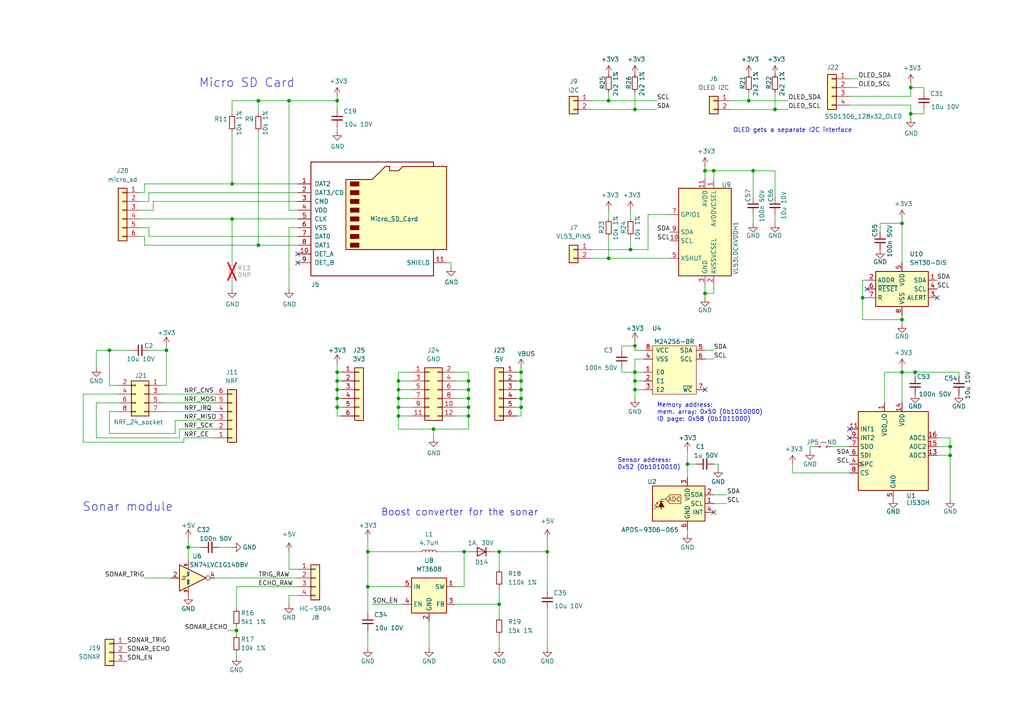
<source format=kicad_sch>
(kicad_sch (version 20231120) (generator "eeschema") (generator_version "8.0")
  (paper "A4")
  (junction (at 199.39 134.62))
  (junction (at 151.13 115.57))
  (junction (at 184.15 100.33))
  (junction (at 135.89 120.65))
  (junction (at 184.15 107.95))
  (junction (at 184.15 113.03))
  (junction (at 97.79 110.49))
  (junction (at 115.57 113.03))
  (junction (at 207.01 49.53))
  (junction (at 68.58 182.88))
  (junction (at 250.19 86.36))
  (junction (at 224.79 31.75))
  (junction (at 97.79 118.11))
  (junction (at 74.93 71.12))
  (junction (at 264.16 33.02))
  (junction (at 158.75 160.02))
  (junction (at 115.57 115.57))
  (junction (at 74.93 29.21))
  (junction (at 97.79 113.03))
  (junction (at 217.17 29.21))
  (junction (at 182.88 72.39))
  (junction (at 218.44 49.53))
  (junction (at 135.89 113.03))
  (junction (at 106.68 160.02))
  (junction (at 275.59 129.54))
  (junction (at 97.79 29.21))
  (junction (at 97.79 115.57))
  (junction (at 261.62 92.71))
  (junction (at 151.13 107.95))
  (junction (at 204.47 49.53))
  (junction (at 275.59 132.08))
  (junction (at 135.89 115.57))
  (junction (at 151.13 113.03))
  (junction (at 97.79 107.95))
  (junction (at 83.82 29.21))
  (junction (at 144.78 160.02))
  (junction (at 67.31 53.34))
  (junction (at 184.15 110.49))
  (junction (at 67.31 63.5))
  (junction (at 115.57 120.65))
  (junction (at 264.16 25.4))
  (junction (at 134.62 160.02))
  (junction (at 151.13 118.11))
  (junction (at 261.62 107.95))
  (junction (at 144.78 175.26))
  (junction (at 48.26 101.6))
  (junction (at 184.15 31.75))
  (junction (at 151.13 110.49))
  (junction (at 54.61 158.75))
  (junction (at 176.53 74.93))
  (junction (at 125.73 124.46))
  (junction (at 135.89 110.49))
  (junction (at 31.75 101.6))
  (junction (at 106.68 170.18))
  (junction (at 135.89 118.11))
  (junction (at 115.57 110.49))
  (junction (at 261.62 64.77))
  (junction (at 204.47 85.09))
  (junction (at 265.43 107.95))
  (junction (at 176.53 29.21))
  (junction (at 115.57 118.11))
  (no_connect (at 246.38 127))
  (no_connect (at 86.36 73.66))
  (no_connect (at 246.38 124.46))
  (no_connect (at 251.46 83.82))
  (no_connect (at 207.01 148.59))
  (no_connect (at 204.47 113.03))
  (no_connect (at 271.78 86.36))
  (no_connect (at 86.36 76.2))
  (wire (pts (xy 132.08 120.65) (xy 135.89 120.65)))
  (wire (pts (xy 34.29 119.38) (xy 31.75 119.38)))
  (wire (pts (xy 184.15 99.06) (xy 184.15 100.33)))
  (wire (pts (xy 135.89 110.49) (xy 135.89 113.03)))
  (wire (pts (xy 44.45 58.42) (xy 86.36 58.42)))
  (wire (pts (xy 264.16 30.48) (xy 264.16 33.02)))
  (wire (pts (xy 246.38 25.4) (xy 248.92 25.4)))
  (wire (pts (xy 54.61 158.75) (xy 54.61 162.56)))
  (wire (pts (xy 275.59 129.54) (xy 275.59 127)))
  (wire (pts (xy 246.38 22.86) (xy 248.92 22.86)))
  (wire (pts (xy 184.15 100.33) (xy 184.15 101.6)))
  (wire (pts (xy 134.62 160.02) (xy 134.62 170.18)))
  (wire (pts (xy 54.61 156.21) (xy 54.61 158.75)))
  (wire (pts (xy 115.57 115.57) (xy 119.38 115.57)))
  (wire (pts (xy 50.8 125.73) (xy 31.75 125.73)))
  (wire (pts (xy 97.79 105.41) (xy 97.79 107.95)))
  (wire (pts (xy 144.78 184.15) (xy 144.78 187.96)))
  (wire (pts (xy 27.94 106.68) (xy 27.94 101.6)))
  (wire (pts (xy 275.59 127) (xy 271.78 127)))
  (wire (pts (xy 151.13 107.95) (xy 151.13 110.49)))
  (wire (pts (xy 53.34 128.27) (xy 24.13 128.27)))
  (wire (pts (xy 43.18 66.04) (xy 40.64 66.04)))
  (wire (pts (xy 151.13 113.03) (xy 151.13 115.57)))
  (wire (pts (xy 86.36 53.34) (xy 67.31 53.34)))
  (wire (pts (xy 24.13 128.27) (xy 24.13 114.3)))
  (wire (pts (xy 218.44 49.53) (xy 207.01 49.53)))
  (wire (pts (xy 217.17 29.21) (xy 228.6 29.21)))
  (wire (pts (xy 68.58 189.23) (xy 68.58 190.5)))
  (wire (pts (xy 180.34 107.95) (xy 184.15 107.95)))
  (wire (pts (xy 41.91 53.34) (xy 67.31 53.34)))
  (wire (pts (xy 67.31 63.5) (xy 86.36 63.5)))
  (wire (pts (xy 234.95 130.81) (xy 234.95 129.54)))
  (wire (pts (xy 115.57 118.11) (xy 115.57 120.65)))
  (wire (pts (xy 52.07 124.46) (xy 52.07 127)))
  (wire (pts (xy 115.57 110.49) (xy 115.57 113.03)))
  (wire (pts (xy 83.82 165.1) (xy 86.36 165.1)))
  (wire (pts (xy 184.15 31.75) (xy 190.5 31.75)))
  (wire (pts (xy 180.34 100.33) (xy 184.15 100.33)))
  (wire (pts (xy 83.82 175.26) (xy 83.82 172.72)))
  (wire (pts (xy 97.79 118.11) (xy 99.06 118.11)))
  (wire (pts (xy 97.79 36.83) (xy 97.79 38.1)))
  (wire (pts (xy 275.59 132.08) (xy 275.59 129.54)))
  (wire (pts (xy 256.54 116.84) (xy 256.54 107.95)))
  (wire (pts (xy 132.08 107.95) (xy 135.89 107.95)))
  (wire (pts (xy 62.23 167.64) (xy 86.36 167.64)))
  (wire (pts (xy 67.31 29.21) (xy 67.31 33.02)))
  (wire (pts (xy 204.47 49.53) (xy 207.01 49.53)))
  (wire (pts (xy 229.87 134.62) (xy 229.87 137.16)))
  (wire (pts (xy 135.89 115.57) (xy 135.89 118.11)))
  (wire (pts (xy 119.38 107.95) (xy 115.57 107.95)))
  (wire (pts (xy 46.99 114.3) (xy 62.23 114.3)))
  (wire (pts (xy 176.53 29.21) (xy 190.5 29.21)))
  (wire (pts (xy 176.53 60.96) (xy 176.53 63.5)))
  (wire (pts (xy 218.44 49.53) (xy 218.44 57.15)))
  (wire (pts (xy 134.62 160.02) (xy 135.89 160.02)))
  (wire (pts (xy 182.88 60.96) (xy 182.88 63.5)))
  (wire (pts (xy 124.46 180.34) (xy 124.46 187.96)))
  (wire (pts (xy 149.86 113.03) (xy 151.13 113.03)))
  (wire (pts (xy 267.97 26.67) (xy 267.97 25.4)))
  (wire (pts (xy 135.89 118.11) (xy 135.89 120.65)))
  (wire (pts (xy 261.62 107.95) (xy 261.62 116.84)))
  (wire (pts (xy 50.8 121.92) (xy 50.8 125.73)))
  (wire (pts (xy 67.31 29.21) (xy 74.93 29.21)))
  (wire (pts (xy 97.79 113.03) (xy 97.79 115.57)))
  (wire (pts (xy 135.89 124.46) (xy 125.73 124.46)))
  (wire (pts (xy 208.28 134.62) (xy 208.28 135.89)))
  (wire (pts (xy 184.15 104.14) (xy 184.15 107.95)))
  (wire (pts (xy 130.81 76.2) (xy 130.81 77.47)))
  (wire (pts (xy 27.94 101.6) (xy 31.75 101.6)))
  (wire (pts (xy 261.62 92.71) (xy 261.62 93.98)))
  (wire (pts (xy 204.47 104.14) (xy 207.01 104.14)))
  (wire (pts (xy 151.13 118.11) (xy 151.13 120.65)))
  (wire (pts (xy 62.23 121.92) (xy 50.8 121.92)))
  (wire (pts (xy 83.82 66.04) (xy 83.82 83.82)))
  (wire (pts (xy 207.01 134.62) (xy 208.28 134.62)))
  (wire (pts (xy 68.58 181.61) (xy 68.58 182.88)))
  (wire (pts (xy 97.79 110.49) (xy 97.79 113.03)))
  (wire (pts (xy 97.79 120.65) (xy 99.06 120.65)))
  (wire (pts (xy 176.53 26.67) (xy 176.53 29.21)))
  (wire (pts (xy 132.08 115.57) (xy 135.89 115.57)))
  (wire (pts (xy 171.45 31.75) (xy 184.15 31.75)))
  (wire (pts (xy 132.08 110.49) (xy 135.89 110.49)))
  (wire (pts (xy 132.08 175.26) (xy 144.78 175.26)))
  (wire (pts (xy 184.15 113.03) (xy 184.15 115.57)))
  (wire (pts (xy 132.08 170.18) (xy 134.62 170.18)))
  (wire (pts (xy 40.64 68.58) (xy 41.91 68.58)))
  (wire (pts (xy 199.39 130.81) (xy 199.39 134.62)))
  (wire (pts (xy 184.15 26.67) (xy 184.15 31.75)))
  (wire (pts (xy 106.68 160.02) (xy 121.92 160.02)))
  (wire (pts (xy 132.08 118.11) (xy 135.89 118.11)))
  (wire (pts (xy 97.79 110.49) (xy 99.06 110.49)))
  (wire (pts (xy 207.01 85.09) (xy 207.01 82.55)))
  (wire (pts (xy 31.75 125.73) (xy 31.75 119.38)))
  (wire (pts (xy 207.01 49.53) (xy 207.01 52.07)))
  (wire (pts (xy 151.13 106.68) (xy 151.13 107.95)))
  (wire (pts (xy 41.91 71.12) (xy 74.93 71.12)))
  (wire (pts (xy 62.23 124.46) (xy 52.07 124.46)))
  (wire (pts (xy 83.82 160.02) (xy 83.82 165.1)))
  (wire (pts (xy 135.89 107.95) (xy 135.89 110.49)))
  (wire (pts (xy 149.86 107.95) (xy 151.13 107.95)))
  (wire (pts (xy 74.93 29.21) (xy 74.93 33.02)))
  (wire (pts (xy 97.79 118.11) (xy 97.79 120.65)))
  (wire (pts (xy 48.26 101.6) (xy 48.26 111.76)))
  (wire (pts (xy 271.78 129.54) (xy 275.59 129.54)))
  (wire (pts (xy 246.38 27.94) (xy 264.16 27.94)))
  (wire (pts (xy 184.15 110.49) (xy 184.15 107.95)))
  (wire (pts (xy 217.17 26.67) (xy 217.17 29.21)))
  (wire (pts (xy 224.79 31.75) (xy 228.6 31.75)))
  (wire (pts (xy 83.82 172.72) (xy 86.36 172.72)))
  (wire (pts (xy 143.51 160.02) (xy 144.78 160.02)))
  (wire (pts (xy 40.64 63.5) (xy 67.31 63.5)))
  (wire (pts (xy 43.18 68.58) (xy 86.36 68.58)))
  (wire (pts (xy 48.26 101.6) (xy 48.26 100.33)))
  (wire (pts (xy 224.79 49.53) (xy 218.44 49.53)))
  (wire (pts (xy 43.18 58.42) (xy 43.18 55.88)))
  (wire (pts (xy 250.19 86.36) (xy 250.19 92.71)))
  (wire (pts (xy 264.16 25.4) (xy 264.16 24.13)))
  (wire (pts (xy 31.75 101.6) (xy 31.75 111.76)))
  (wire (pts (xy 83.82 29.21) (xy 97.79 29.21)))
  (wire (pts (xy 261.62 92.71) (xy 261.62 91.44)))
  (wire (pts (xy 97.79 115.57) (xy 97.79 118.11)))
  (wire (pts (xy 204.47 48.26) (xy 204.47 49.53)))
  (wire (pts (xy 250.19 92.71) (xy 261.62 92.71)))
  (wire (pts (xy 83.82 60.96) (xy 83.82 29.21)))
  (wire (pts (xy 27.94 127) (xy 27.94 116.84)))
  (wire (pts (xy 74.93 29.21) (xy 83.82 29.21)))
  (wire (pts (xy 218.44 62.23) (xy 218.44 64.77)))
  (wire (pts (xy 255.27 67.31) (xy 255.27 64.77)))
  (wire (pts (xy 256.54 107.95) (xy 261.62 107.95)))
  (wire (pts (xy 199.39 134.62) (xy 201.93 134.62)))
  (wire (pts (xy 66.04 182.88) (xy 68.58 182.88)))
  (wire (pts (xy 67.31 76.2) (xy 67.31 63.5)))
  (wire (pts (xy 224.79 62.23) (xy 224.79 64.77)))
  (wire (pts (xy 199.39 153.67) (xy 199.39 154.94)))
  (wire (pts (xy 63.5 158.75) (xy 67.31 158.75)))
  (wire (pts (xy 158.75 176.53) (xy 158.75 187.96)))
  (wire (pts (xy 261.62 106.68) (xy 261.62 107.95)))
  (wire (pts (xy 115.57 118.11) (xy 119.38 118.11)))
  (wire (pts (xy 40.64 58.42) (xy 43.18 58.42)))
  (wire (pts (xy 176.53 74.93) (xy 194.31 74.93)))
  (wire (pts (xy 151.13 115.57) (xy 151.13 118.11)))
  (wire (pts (xy 127 160.02) (xy 134.62 160.02)))
  (wire (pts (xy 264.16 27.94) (xy 264.16 25.4)))
  (wire (pts (xy 261.62 64.77) (xy 261.62 76.2)))
  (wire (pts (xy 46.99 119.38) (xy 62.23 119.38)))
  (wire (pts (xy 135.89 120.65) (xy 135.89 124.46)))
  (wire (pts (xy 224.79 57.15) (xy 224.79 49.53)))
  (wire (pts (xy 182.88 68.58) (xy 182.88 72.39)))
  (wire (pts (xy 267.97 25.4) (xy 264.16 25.4)))
  (wire (pts (xy 54.61 158.75) (xy 58.42 158.75)))
  (wire (pts (xy 149.86 110.49) (xy 151.13 110.49)))
  (wire (pts (xy 275.59 144.78) (xy 275.59 132.08)))
  (wire (pts (xy 97.79 29.21) (xy 97.79 27.94)))
  (wire (pts (xy 97.79 113.03) (xy 99.06 113.03)))
  (wire (pts (xy 106.68 182.88) (xy 106.68 187.96)))
  (wire (pts (xy 182.88 72.39) (xy 187.96 72.39)))
  (wire (pts (xy 149.86 118.11) (xy 151.13 118.11)))
  (wire (pts (xy 67.31 38.1) (xy 67.31 53.34)))
  (wire (pts (xy 43.18 55.88) (xy 86.36 55.88)))
  (wire (pts (xy 38.1 101.6) (xy 31.75 101.6)))
  (wire (pts (xy 107.95 175.26) (xy 116.84 175.26)))
  (wire (pts (xy 97.79 29.21) (xy 97.79 31.75)))
  (wire (pts (xy 67.31 81.28) (xy 67.31 83.82)))
  (wire (pts (xy 204.47 86.36) (xy 204.47 85.09)))
  (wire (pts (xy 255.27 64.77) (xy 261.62 64.77)))
  (wire (pts (xy 265.43 107.95) (xy 261.62 107.95)))
  (wire (pts (xy 144.78 175.26) (xy 144.78 179.07)))
  (wire (pts (xy 229.87 137.16) (xy 246.38 137.16)))
  (wire (pts (xy 234.95 129.54) (xy 236.22 129.54)))
  (wire (pts (xy 41.91 55.88) (xy 41.91 53.34)))
  (wire (pts (xy 27.94 116.84) (xy 34.29 116.84)))
  (wire (pts (xy 74.93 38.1) (xy 74.93 71.12)))
  (wire (pts (xy 187.96 72.39) (xy 187.96 62.23)))
  (wire (pts (xy 171.45 74.93) (xy 176.53 74.93)))
  (wire (pts (xy 149.86 115.57) (xy 151.13 115.57)))
  (wire (pts (xy 207.01 146.05) (xy 210.82 146.05)))
  (wire (pts (xy 278.13 107.95) (xy 265.43 107.95)))
  (wire (pts (xy 41.91 68.58) (xy 41.91 71.12)))
  (wire (pts (xy 46.99 116.84) (xy 62.23 116.84)))
  (wire (pts (xy 144.78 170.18) (xy 144.78 175.26)))
  (wire (pts (xy 184.15 107.95) (xy 186.69 107.95)))
  (wire (pts (xy 97.79 107.95) (xy 97.79 110.49)))
  (wire (pts (xy 40.64 55.88) (xy 41.91 55.88)))
  (wire (pts (xy 52.07 127) (xy 27.94 127)))
  (wire (pts (xy 267.97 31.75) (xy 267.97 33.02)))
  (wire (pts (xy 106.68 170.18) (xy 116.84 170.18)))
  (wire (pts (xy 199.39 134.62) (xy 199.39 138.43)))
  (wire (pts (xy 186.69 113.03) (xy 184.15 113.03)))
  (wire (pts (xy 44.45 60.96) (xy 44.45 58.42)))
  (wire (pts (xy 97.79 107.95) (xy 99.06 107.95)))
  (wire (pts (xy 250.19 81.28) (xy 250.19 86.36)))
  (wire (pts (xy 184.15 110.49) (xy 184.15 113.03)))
  (wire (pts (xy 132.08 113.03) (xy 135.89 113.03)))
  (wire (pts (xy 184.15 101.6) (xy 186.69 101.6)))
  (wire (pts (xy 186.69 104.14) (xy 184.15 104.14)))
  (wire (pts (xy 53.34 127) (xy 53.34 128.27)))
  (wire (pts (xy 171.45 29.21) (xy 176.53 29.21)))
  (wire (pts (xy 86.36 66.04) (xy 83.82 66.04)))
  (wire (pts (xy 48.26 111.76) (xy 46.99 111.76)))
  (wire (pts (xy 151.13 120.65) (xy 149.86 120.65)))
  (wire (pts (xy 224.79 26.67) (xy 224.79 31.75)))
  (wire (pts (xy 119.38 113.03) (xy 115.57 113.03)))
  (wire (pts (xy 265.43 109.22) (xy 265.43 107.95)))
  (wire (pts (xy 204.47 49.53) (xy 204.47 52.07)))
  (wire (pts (xy 278.13 109.22) (xy 278.13 107.95)))
  (wire (pts (xy 184.15 110.49) (xy 186.69 110.49)))
  (wire (pts (xy 158.75 160.02) (xy 158.75 156.21)))
  (wire (pts (xy 43.18 68.58) (xy 43.18 66.04)))
  (wire (pts (xy 43.18 101.6) (xy 48.26 101.6)))
  (wire (pts (xy 115.57 120.65) (xy 115.57 124.46)))
  (wire (pts (xy 24.13 114.3) (xy 34.29 114.3)))
  (wire (pts (xy 97.79 115.57) (xy 99.06 115.57)))
  (wire (pts (xy 241.3 129.54) (xy 246.38 129.54)))
  (wire (pts (xy 144.78 160.02) (xy 144.78 165.1)))
  (wire (pts (xy 68.58 170.18) (xy 68.58 176.53)))
  (wire (pts (xy 106.68 156.21) (xy 106.68 160.02)))
  (wire (pts (xy 180.34 101.6) (xy 180.34 100.33)))
  (wire (pts (xy 115.57 113.03) (xy 115.57 115.57)))
  (wire (pts (xy 271.78 132.08) (xy 275.59 132.08)))
  (wire (pts (xy 204.47 82.55) (xy 204.47 85.09)))
  (wire (pts (xy 86.36 60.96) (xy 83.82 60.96)))
  (wire (pts (xy 264.16 33.02) (xy 264.16 34.29)))
  (wire (pts (xy 204.47 101.6) (xy 207.01 101.6)))
  (wire (pts (xy 212.09 29.21) (xy 217.17 29.21)))
  (wire (pts (xy 158.75 160.02) (xy 158.75 171.45)))
  (wire (pts (xy 129.54 76.2) (xy 130.81 76.2)))
  (wire (pts (xy 207.01 143.51) (xy 210.82 143.51)))
  (wire (pts (xy 115.57 107.95) (xy 115.57 110.49)))
  (wire (pts (xy 115.57 110.49) (xy 119.38 110.49)))
  (wire (pts (xy 135.89 113.03) (xy 135.89 115.57)))
  (wire (pts (xy 115.57 120.65) (xy 119.38 120.65)))
  (wire (pts (xy 115.57 124.46) (xy 125.73 124.46)))
  (wire (pts (xy 144.78 160.02) (xy 158.75 160.02)))
  (wire (pts (xy 34.29 111.76) (xy 31.75 111.76)))
  (wire (pts (xy 246.38 30.48) (xy 264.16 30.48)))
  (wire (pts (xy 171.45 72.39) (xy 182.88 72.39)))
  (wire (pts (xy 176.53 68.58) (xy 176.53 74.93)))
  (wire (pts (xy 106.68 170.18) (xy 106.68 177.8)))
  (wire (pts (xy 40.64 60.96) (xy 44.45 60.96)))
  (wire (pts (xy 125.73 124.46) (xy 125.73 127)))
  (wire (pts (xy 74.93 71.12) (xy 86.36 71.12)))
  (wire (pts (xy 68.58 170.18) (xy 86.36 170.18)))
  (wire (pts (xy 180.34 106.68) (xy 180.34 107.95)))
  (wire (pts (xy 115.57 115.57) (xy 115.57 118.11)))
  (wire (pts (xy 261.62 64.77) (xy 261.62 63.5)))
  (wire (pts (xy 212.09 31.75) (xy 224.79 31.75)))
  (wire (pts (xy 41.91 167.64) (xy 49.53 167.64)))
  (wire (pts (xy 251.46 86.36) (xy 250.19 86.36)))
  (wire (pts (xy 187.96 62.23) (xy 194.31 62.23)))
  (wire (pts (xy 204.47 85.09) (xy 207.01 85.09)))
  (wire (pts (xy 151.13 110.49) (xy 151.13 113.03)))
  (wire (pts (xy 251.46 81.28) (xy 250.19 81.28)))
  (wire (pts (xy 106.68 160.02) (xy 106.68 170.18)))
  (wire (pts (xy 68.58 182.88) (xy 68.58 184.15)))
  (wire (pts (xy 267.97 33.02) (xy 264.16 33.02)))
  (wire (pts (xy 62.23 127) (xy 53.34 127)))
  (text "Micro SD Card" (at 57.658 25.654 0) (effects (font (size 2.54 2.54)) (justify left bottom)))
  (text "Sensor address: \n0x52 (0b1010010)\n\n" (at 179.07 138.43 0) (effects (font (size 1.27 1.27)) (justify left bottom)))
  (text "Boost converter for the sonar" (at 110.49 149.86 0) (effects (font (size 2 2)) (justify left bottom)))
  (text "Memory address: \nmem. array: 0x50 (0b1010000)\nID page: 0x58 (0b1011000)\n\n" (at 190.5 124.46 0) (effects (font (size 1.27 1.27)) (justify left bottom)))
  (text "Sonar module" (at 23.876 148.59 0) (effects (font (size 2.5 2.5)) (justify left bottom)))
  (text "OLED gets a separate I2C interface" (at 212.598 38.608 0) (effects (font (size 1.27 1.27)) (justify left bottom)))
  (label "NRF_CNS" (at 53.34 114.3 0))
  (label "NRF_MOSI" (at 53.34 116.84 0))
  (label "SCL" (at 190.5 29.21 0))
  (label "OLED_SCL" (at 228.6 31.75 0))
  (label "NRF_IRQ" (at 53.34 119.38 0))
  (label "SONAR_TRIG" (at 36.83 186.69 0))
  (label "SDA" (at 246.38 132.08 180))
  (label "TRIG_RAW" (at 74.93 167.64 0))
  (label "SONAR_ECHO" (at 36.83 189.23 0))
  (label "SDA" (at 194.31 67.31 180))
  (label "SDA" (at 190.5 31.75 0))
  (label "SONAR_TRIG" (at 41.91 167.64 180))
  (label "SCL" (at 207.01 104.14 0))
  (label "SCL" (at 194.31 69.85 180))
  (label "ECHO_RAW" (at 74.93 170.18 0))
  (label "OLED_SDA" (at 228.6 29.21 0))
  (label "SONAR_ECHO" (at 66.04 182.88 180))
  (label "SON_EN" (at 36.83 191.77 0))
  (label "NRF_MISO" (at 53.34 121.92 0))
  (label "SON_EN" (at 107.95 175.26 0))
  (label "OLED_SCL" (at 248.92 25.4 0))
  (label "SCL" (at 246.38 134.62 180))
  (label "SDA" (at 207.01 101.6 0))
  (label "OLED_SDA" (at 248.92 22.86 0))
  (label "SDA" (at 210.82 143.51 0))
  (label "NRF_CE" (at 53.34 127 0))
  (label "SDA" (at 271.78 81.28 0))
  (label "SCL" (at 271.78 83.82 0))
  (label "SCL" (at 210.82 146.05 0))
  (label "NRF_SCK" (at 53.34 124.46 0))
  (symbol (lib_id "Device:R_Small") (at 176.53 66.04 180) (unit 1)
    (property "Reference" "R23" (at 174.498 64.008 90) (effects (justify left)))
    (property "Value" "10k 1%" (at 178.562 62.484 90) (effects (justify left)))
    (property "Footprint" "Resistor_SMD:R_0603_1608Metric_Pad0.98x0.95mm_HandSolder" (effects (hide yes)))
  )
  (symbol (lib_id "power:+3.3V") (at 184.15 99.06 0) (unit 1)
    (property "Reference" "#PWR023" (effects (hide yes)))
    (property "Value" "+3V3" (at 184.15 95.25 0))
  )
  (symbol (lib_id "power:+3.3V") (at 261.62 106.68 0) (unit 1)
    (property "Reference" "#PWR0167" (effects (hide yes)))
    (property "Value" "+3V3" (at 262.001 102.2858 0))
  )
  (symbol (lib_id "Device:C_Small") (at 158.75 173.99 0) (unit 1)
    (property "Reference" "C35" (at 160.528 171.958 0) (effects (justify left)))
    (property "Value" "10u 10V" (at 160.782 175.768 0) (effects (justify left)))
    (property "Footprint" "Capacitor_SMD:C_0603_1608Metric" (effects (hide yes)))
    (property "jlc" "C19702" (effects (hide yes)))
  )
  (symbol (lib_id "Device:R_Small") (at 68.58 179.07 0) (unit 1)
    (property "Reference" "R16" (at 69.85 177.8 0) (effects (justify left)))
    (property "Value" "5k1 1%" (at 69.85 180.34 0) (effects (justify left)))
    (property "Footprint" "Resistor_SMD:R_0603_1608Metric_Pad0.98x0.95mm_HandSolder" (effects (hide yes)))
  )
  (symbol (lib_id "power:GND") (at 275.59 144.78 0) (unit 1)
    (property "Reference" "#PWR0171" (effects (hide yes)))
    (property "Value" "GND" (at 275.59 148.336 0))
  )
  (symbol (lib_id "power:GND") (at 224.79 64.77 0) (unit 1)
    (property "Reference" "#PWR0182" (effects (hide yes)))
    (property "Value" "GND" (at 224.79 68.326 0))
  )
  (symbol (lib_id "Jumper:Jumper_2_Small_Open") (at 238.76 129.54 0) (unit 1) (exclude_from_sim yes)
    (property "Reference" "JP5" (at 235.712 128.27 0))
    (property "Value" "NO" (at 241.3 128.27 0))
    (property "Footprint" "Jumper:SolderJumper-2_P1.3mm_Open_RoundedPad1.0x1.5mm" (effects (hide yes)))
    (property "Description" "Jumper, 2-pole, small symbol, open" (effects (hide yes)))
  )
  (symbol (lib_id "power:+3.3V") (at 48.26 100.33 0) (unit 1)
    (property "Reference" "#PWR021" (effects (hide yes)))
    (property "Value" "+3V3" (at 48.26 96.52 0))
  )
  (symbol (lib_id "Device:C_Small") (at 180.34 104.14 180) (unit 1)
    (property "Reference" "C3" (at 177.8 101.6 0) (effects (justify left)))
    (property "Value" "100n 50V" (at 179.07 106.68 0) (effects (justify left)))
    (property "Footprint" "Capacitor_SMD:C_0603_1608Metric" (effects (hide yes)))
  )
  (symbol (lib_id "Connector_Generic:Conn_02x06_Odd_Even") (at 124.46 113.03 0) (unit 1)
    (property "Reference" "J24" (at 125.73 101.6 0))
    (property "Value" "GND" (at 125.73 104.14 0))
    (property "Description" "Generic connector, double row, 02x06, odd/even pin numbering scheme (row 1 odd numbers, row 2 even numbers), script generated (kicad-library-utils/schlib/autogen/connector/)" (effects (hide yes)))
  )
  (symbol (lib_id "power:GND") (at 67.31 158.75 90) (unit 1)
    (property "Reference" "#PWR099" (effects (hide yes)))
    (property "Value" "GND" (at 72.39 158.75 90))
  )
  (symbol (lib_id "power:GND") (at 106.68 187.96 0) (unit 1)
    (property "Reference" "#PWR0104" (effects (hide yes)))
    (property "Value" "GND" (at 106.68 191.77 0))
  )
  (symbol (lib_id "power:GND") (at 265.43 114.3 0) (unit 1)
    (property "Reference" "#PWR0168" (effects (hide yes)))
    (property "Value" "GND" (at 265.43 117.856 0))
  )
  (symbol (lib_id "Connector_Generic:Conn_01x02") (at 207.01 29.21 0) (mirror y) (unit 1)
    (property "Reference" "J6" (at 207.01 22.86 0))
    (property "Value" "OLED I2C" (at 207.01 25.4 0))
    (property "Footprint" "Connector_PinHeader_2.54mm:PinHeader_1x02_P2.54mm_Vertical" (effects (hide yes)))
    (property "Description" "Generic connector, single row, 01x02, script generated (kicad-library-utils/schlib/autogen/connector/)" (effects (hide yes)))
  )
  (symbol (lib_id "power:GND") (at 83.82 83.82 0) (unit 1)
    (property "Reference" "#PWR066" (effects (hide yes)))
    (property "Value" "GND" (at 83.947 88.2142 0))
  )
  (symbol (lib_id "Device:D") (at 139.7 160.02 180) (unit 1)
    (property "Reference" "D14" (at 139.7 163.068 0))
    (property "Value" "1A, 30V" (at 139.446 157.48 0))
    (property "Footprint" "Diode_SMD:D_PowerDI-123" (effects (hide yes)))
    (property "Datasheet" "https://www.diodes.com/assets/Datasheets/ds30445.pdf" (effects (hide yes)))
    (property "Description" "Diode" (effects (hide yes)))
    (property "M" "Diodes Incorporated" (effects (hide yes)))
    (property "MPN" "DFLS130-7" (effects (hide yes)))
    (property "jlc" "C150474" (effects (hide yes)))
  )
  (symbol (lib_id "Connector_Generic:Conn_02x04_Odd_Even") (at 41.91 114.3 0) (mirror y) (unit 1)
    (property "Reference" "J21" (at 40.894 108.966 0))
    (property "Value" "NRF_24_socket" (at 40.132 122.428 0))
    (property "Footprint" "Connector_PinSocket_2.54mm:PinSocket_2x04_P2.54mm_Vertical" (effects (hide yes)))
    (property "Description" "Generic connector, double row, 02x04, odd/even pin numbering scheme (row 1 odd numbers, row 2 even numbers), script generated (kicad-library-utils/schlib/autogen/connector/)" (effects (hide yes)))
  )
  (symbol (lib_id "power:+3.3V") (at 184.15 21.59 0) (unit 1)
    (property "Reference" "#PWR0186" (effects (hide yes)))
    (property "Value" "+3V3" (at 184.531 17.1958 0))
  )
  (symbol (lib_id "power:GND") (at 199.39 154.94 0) (unit 1)
    (property "Reference" "#PWR019" (effects (hide yes)))
    (property "Value" "GND" (at 199.39 158.75 0))
  )
  (symbol (lib_id "power:GND") (at 83.82 175.26 0) (unit 1)
    (property "Reference" "#PWR0102" (effects (hide yes)))
    (property "Value" "GND" (at 83.82 179.07 0))
  )
  (symbol (lib_id "power:GND") (at 54.61 172.72 0) (unit 1)
    (property "Reference" "#PWR098" (effects (hide yes)))
    (property "Value" "GND" (at 54.61 176.53 0))
  )
  (symbol (lib_id "Device:R_Small") (at 67.31 78.74 0) (unit 1) (dnp yes)
    (property "Reference" "R13" (at 68.834 77.724 0) (effects (justify left)))
    (property "Value" "DNP" (at 68.834 79.756 0) (effects (justify left)))
    (property "Footprint" "Resistor_SMD:R_0603_1608Metric_Pad0.98x0.95mm_HandSolder" (effects (hide yes)))
  )
  (symbol (lib_id "Connector_Generic:Conn_01x06") (at 67.31 121.92 0) (mirror x) (unit 1)
    (property "Reference" "J11" (at 67.31 107.95 0))
    (property "Value" "NRF" (at 67.31 110.49 0))
    (property "Footprint" "Connector_PinHeader_2.54mm:PinHeader_1x06_P2.54mm_Vertical" (effects (hide yes)))
    (property "Description" "Generic connector, single row, 01x06, script generated (kicad-library-utils/schlib/autogen/connector/)" (effects (hide yes)))
    (property "jlc" "C37208" (effects (hide yes)))
  )
  (symbol (lib_id "power:+3.3V") (at 176.53 21.59 0) (unit 1)
    (property "Reference" "#PWR0185" (effects (hide yes)))
    (property "Value" "+3V3" (at 176.911 17.1958 0))
  )
  (symbol (lib_id "power:GND") (at 204.47 86.36 0) (unit 1)
    (property "Reference" "#PWR0179" (effects (hide yes)))
    (property "Value" "GND" (at 204.47 89.916 0))
  )
  (symbol (lib_id "Device:C_Small") (at 106.68 180.34 0) (unit 1)
    (property "Reference" "C34" (at 108.458 178.308 0) (effects (justify left)))
    (property "Value" "10u 10V" (at 108.712 182.118 0) (effects (justify left)))
    (property "Footprint" "Capacitor_SMD:C_0603_1608Metric" (effects (hide yes)))
    (property "jlc" "C19702" (effects (hide yes)))
  )
  (symbol (lib_id "Device:R_Small") (at 74.93 35.56 180) (unit 1)
    (property "Reference" "R9" (at 73.66 34.544 0) (effects (justify left)))
    (property "Value" "10k 1%" (at 76.962 32.004 90) (effects (justify left)))
    (property "Footprint" "Resistor_SMD:R_0603_1608Metric_Pad0.98x0.95mm_HandSolder" (effects (hide yes)))
  )
  (symbol (lib_id "power:GND") (at 234.95 130.81 0) (unit 1)
    (property "Reference" "#PWR0173" (effects (hide yes)))
    (property "Value" "GND" (at 234.95 134.62 0))
  )
  (symbol (lib_id "Device:C_Small") (at 204.47 134.62 90) (unit 1)
    (property "Reference" "C1" (at 204.47 129.54 90) (effects (justify left)))
    (property "Value" "1u 50V" (at 208.28 132.08 90) (effects (justify left)))
    (property "Footprint" "Capacitor_SMD:C_0603_1608Metric" (effects (hide yes)))
  )
  (symbol (lib_id "Connector_Generic:Conn_01x06") (at 35.56 60.96 0) (mirror y) (unit 1)
    (property "Reference" "J20" (at 35.56 49.53 0))
    (property "Value" "micro_sd" (at 35.56 52.07 0))
    (property "Footprint" "Connector_PinHeader_2.54mm:PinHeader_1x06_P2.54mm_Vertical" (effects (hide yes)))
    (property "Description" "Generic connector, single row, 01x06, script generated (kicad-library-utils/schlib/autogen/connector/)" (effects (hide yes)))
    (property "jlc" "C37208" (effects (hide yes)))
  )
  (symbol (lib_id "power:GND") (at 130.81 77.47 0) (unit 1)
    (property "Reference" "#PWR069" (effects (hide yes)))
    (property "Value" "GND" (at 130.937 81.8642 0))
  )
  (symbol (lib_id "Device:C_Small") (at 267.97 29.21 0) (unit 1)
    (property "Reference" "C31" (at 269.748 27.178 0) (effects (justify left)))
    (property "Value" "10u 10V" (at 270.002 30.988 0) (effects (justify left)))
    (property "Footprint" "Capacitor_SMD:C_0603_1608Metric" (effects (hide yes)))
    (property "jlc" "C19702" (effects (hide yes)))
  )
  (symbol (lib_id "Device:C_Small") (at 278.13 111.76 0) (unit 1)
    (property "Reference" "C54" (at 273.812 109.728 0) (effects (justify left)))
    (property "Value" "10u 10V" (at 280.67 115.824 90) (effects (justify left)))
    (property "Footprint" "Capacitor_SMD:C_0603_1608Metric" (effects (hide yes)))
    (property "jlc" "C19702" (effects (hide yes)))
  )
  (symbol (lib_id "Device:R_Small") (at 217.17 24.13 0) (unit 1)
    (property "Reference" "R21" (at 215.392 25.908 90) (effects (justify left)))
    (property "Value" "2k2 1%" (at 219.202 27.94 90) (effects (justify left)))
    (property "Footprint" "Resistor_SMD:R_0603_1608Metric_Pad0.98x0.95mm_HandSolder" (effects (hide yes)))
  )
  (symbol (lib_id "power:GND") (at 208.28 135.89 0) (unit 1)
    (property "Reference" "#PWR020" (effects (hide yes)))
    (property "Value" "GND" (at 208.28 139.7 0))
  )
  (symbol (lib_id "power:GND") (at 261.62 93.98 0) (unit 1)
    (property "Reference" "#PWR0176" (effects (hide yes)))
    (property "Value" "GND" (at 261.62 97.536 0))
  )
  (symbol (lib_id "power:GND") (at 264.16 34.29 0) (unit 1)
    (property "Reference" "#PWR091" (effects (hide yes)))
    (property "Value" "GND" (at 264.287 38.6842 0))
  )
  (symbol (lib_id "power:+3.3V") (at 97.79 27.94 0) (unit 1)
    (property "Reference" "#PWR067" (effects (hide yes)))
    (property "Value" "+3V3" (at 98.171 23.5458 0))
  )
  (symbol (lib_id "Device:C_Small") (at 218.44 59.69 0) (unit 1)
    (property "Reference" "C57" (at 216.916 58.674 90) (effects (justify left)))
    (property "Value" "100n 50V" (at 220.98 64.516 90) (effects (justify left)))
    (property "Footprint" "Capacitor_SMD:C_0603_1608Metric" (effects (hide yes)))
  )
  (symbol (lib_id "power:+3.3V") (at 106.68 156.21 0) (unit 1)
    (property "Reference" "#PWR0103" (effects (hide yes)))
    (property "Value" "+3V3" (at 106.68 152.4 0))
  )
  (symbol (lib_id "Device:C_Small") (at 224.79 59.69 0) (unit 1)
    (property "Reference" "C56" (at 223.52 58.674 90) (effects (justify left)))
    (property "Value" "10u 10V" (at 227.33 63.754 90) (effects (justify left)))
    (property "Footprint" "Capacitor_SMD:C_0603_1608Metric" (effects (hide yes)))
    (property "jlc" "C19702" (effects (hide yes)))
  )
  (symbol (lib_id "power:+3.3V") (at 224.79 21.59 0) (unit 1)
    (property "Reference" "#PWR0175" (effects (hide yes)))
    (property "Value" "+3V3" (at 225.171 17.1958 0))
  )
  (symbol (lib_id "74xGxx:SN74LVC1G14DBV") (at 54.61 167.64 0) (unit 1)
    (property "Reference" "U6" (at 57.15 161.29 0))
    (property "Value" "SN74LVC1G14DBV" (at 63.5 163.83 0))
    (property "Footprint" "Package_TO_SOT_SMD:SOT-23-5" (effects (hide yes)))
    (property "Datasheet" "http://www.ti.com/lit/ds/symlink/sn74lvc1g14.pdf" (effects (hide yes)))
    (property "M" "Texas Instruments" (effects (hide yes)))
    (property "MPN" "SN74LVC1G14DBV" (effects (hide yes)))
    (property "jlc" "C7835" (effects (hide yes)))
  )
  (symbol (lib_id "Sensor_Motion:LIS3DH") (at 259.08 129.54 0) (unit 1)
    (property "Reference" "U1" (at 262.89 143.764 0) (effects (justify left)))
    (property "Value" "LIS3DH" (at 262.89 145.796 0) (effects (justify left)))
    (property "Footprint" "Package_LGA:LGA-16_3x3mm_P0.5mm_LayoutBorder3x5y" (effects (hide yes)))
    (property "Datasheet" "https://www.st.com/resource/en/datasheet/cd00274221.pdf" (effects (hide yes)))
    (property "Description" "3-Axis Accelerometer, 2/4/8/16g range, I2C/SPI interface, LGA-16" (effects (hide yes)))
    (property "jlc" "C15134" (effects (hide yes)))
  )
  (symbol (lib_id "Connector_Generic:Conn_01x02") (at 166.37 29.21 0) (mirror y) (unit 1)
    (property "Reference" "J9" (at 166.37 23.622 0))
    (property "Value" "I2C" (at 166.37 26.162 0))
    (property "Footprint" "Connector_PinHeader_2.54mm:PinHeader_1x02_P2.54mm_Vertical" (effects (hide yes)))
    (property "Description" "Generic connector, single row, 01x02, script generated (kicad-library-utils/schlib/autogen/connector/)" (effects (hide yes)))
  )
  (symbol (lib_id "Device:R_Small") (at 67.31 35.56 180) (unit 1)
    (property "Reference" "R11" (at 66.04 34.544 0) (effects (justify left)))
    (property "Value" "10k 1%" (at 69.342 32.004 90) (effects (justify left)))
    (property "Footprint" "Resistor_SMD:R_0603_1608Metric_Pad0.98x0.95mm_HandSolder" (effects (hide yes)))
  )
  (symbol (lib_id "Sensor_Humidity:SHT30-DIS") (at 261.62 83.82 0) (unit 1)
    (property "Reference" "U10" (at 263.8141 73.66 0) (effects (justify left)))
    (property "Value" "SHT30-DIS" (at 263.8141 76.2 0) (effects (justify left)))
    (property "Footprint" "Sensor_Humidity:Sensirion_DFN-8-1EP_2.5x2.5mm_P0.5mm_EP1.1x1.7mm" (effects (hide yes)))
    (property "Datasheet" "https://www.sensirion.com/fileadmin/user_upload/customers/sensirion/Dokumente/2_Humidity_Sensors/Datasheets/Sensirion_Humidity_Sensors_SHT3x_Datasheet_digital.pdf" (effects (hide yes)))
    (property "Description" "I²C humidity and temperature sensor, ±2%RH, ±0.2°C, DFN-8" (effects (hide yes)))
    (property "jlc" "C2687423" (effects (hide yes)))
  )
  (symbol (lib_id "M24256-BR:M24256-BR") (at 195.58 107.95 0) (unit 1)
    (property "Reference" "U4" (at 190.5 95.25 0))
    (property "Value" "M24256-BR" (at 195.58 99.06 0))
    (property "Footprint" "Package_SO:SOIC-8_3.9x4.9mm_P1.27mm" (effects (hide yes)))
    (property "Datasheet" "https://www.lcsc.com/datasheet/lcsc_datasheet_2304140030_STMicroelectronics-M24256-BRMN6TP_C79984.pdf" (effects (hide yes)))
    (property "M" "STMicroelectronics" (effects (hide yes)))
    (property "MPN" "M24256-BRMN6TP" (effects (hide yes)))
    (property "jlc" "C79984" (effects (hide yes)))
  )
  (symbol (lib_id "power:GND") (at 218.44 64.77 0) (unit 1)
    (property "Reference" "#PWR0181" (effects (hide yes)))
    (property "Value" "GND" (at 218.44 68.326 0))
  )
  (symbol (lib_id "power:GND") (at 255.27 72.39 0) (unit 1)
    (property "Reference" "#PWR0178" (effects (hide yes)))
    (property "Value" "GND" (at 255.27 75.946 0))
  )
  (symbol (lib_id "power:+3.3V") (at 182.88 60.96 0) (unit 1)
    (property "Reference" "#PWR0184" (effects (hide yes)))
    (property "Value" "+3V3" (at 183.261 56.5658 0))
  )
  (symbol (lib_id "Device:R_Small") (at 184.15 24.13 0) (unit 1)
    (property "Reference" "R26" (at 182.372 25.908 90) (effects (justify left)))
    (property "Value" "2k2 1%" (at 186.182 27.94 90) (effects (justify left)))
    (property "Footprint" "Resistor_SMD:R_0603_1608Metric_Pad0.98x0.95mm_HandSolder" (effects (hide yes)))
  )
  (symbol (lib_id "Device:C_Small") (at 97.79 34.29 0) (unit 1)
    (property "Reference" "C19" (at 99.568 32.258 0) (effects (justify left)))
    (property "Value" "10u 10V" (at 99.822 36.068 0) (effects (justify left)))
    (property "Footprint" "Capacitor_SMD:C_0603_1608Metric" (effects (hide yes)))
    (property "jlc" "C19702" (effects (hide yes)))
  )
  (symbol (lib_id "power:GND") (at 68.58 190.5 0) (unit 1)
    (property "Reference" "#PWR0100" (effects (hide yes)))
    (property "Value" "GND" (at 68.58 194.31 0))
  )
  (symbol (lib_id "power:GND") (at 259.08 144.78 0) (unit 1)
    (property "Reference" "#PWR0170" (effects (hide yes)))
    (property "Value" "GND" (at 259.08 148.336 0))
  )
  (symbol (lib_id "power:+3.3V") (at 229.87 134.62 0) (unit 1)
    (property "Reference" "#PWR0172" (effects (hide yes)))
    (property "Value" "+3V3" (at 230.251 130.2258 0))
  )
  (symbol (lib_id "Connector_Generic:Conn_01x06") (at 144.78 113.03 0) (mirror y) (unit 1)
    (property "Reference" "J23" (at 144.78 101.6 0))
    (property "Value" "5V" (at 144.78 104.14 0))
    (property "Footprint" "Connector_PinHeader_2.54mm:PinHeader_1x06_P2.54mm_Vertical" (effects (hide yes)))
    (property "Description" "Generic connector, single row, 01x06, script generated (kicad-library-utils/schlib/autogen/connector/)" (effects (hide yes)))
    (property "jlc" "C37208" (effects (hide yes)))
  )
  (symbol (lib_id "power:+5V") (at 83.82 160.02 0) (unit 1)
    (property "Reference" "#PWR0101" (effects (hide yes)))
    (property "Value" "+5V" (at 83.82 154.94 0))
  )
  (symbol (lib_id "power:GND") (at 184.15 115.57 0) (unit 1)
    (property "Reference" "#PWR024" (effects (hide yes)))
    (property "Value" "GND" (at 184.15 119.38 0))
  )
  (symbol (lib_id "Device:L_Small") (at 124.46 160.02 90) (unit 1)
    (property "Reference" "L1" (at 124.46 154.94 90))
    (property "Value" "4.7uH" (at 124.46 157.48 90))
    (property "Footprint" "Inductor_SMD:L_1206_3216Metric_Pad1.22x1.90mm_HandSolder" (effects (hide yes)))
    (property "M" "FH (Guangdong Fenghua Advanced Tech)" (effects (hide yes)))
    (property "MPN" "CMP321609UD4R7MT" (effects (hide yes)))
    (property "jlc" "C139250" (effects (hide yes)))
  )
  (symbol (lib_id "power:GND") (at 97.79 38.1 0) (unit 1)
    (property "Reference" "#PWR068" (effects (hide yes)))
    (property "Value" "GND" (at 97.917 42.4942 0))
  )
  (symbol (lib_id "Device:R_Small") (at 176.53 24.13 0) (unit 1)
    (property "Reference" "R25" (at 174.752 25.908 90) (effects (justify left)))
    (property "Value" "2k2 1%" (at 178.562 27.94 90) (effects (justify left)))
    (property "Footprint" "Resistor_SMD:R_0603_1608Metric_Pad0.98x0.95mm_HandSolder" (effects (hide yes)))
  )
  (symbol (lib_id "Connector_Generic:Conn_01x06") (at 104.14 113.03 0) (unit 1)
    (property "Reference" "J25" (at 104.14 101.6 0))
    (property "Value" "3V3" (at 104.14 104.14 0))
    (property "Footprint" "Connector_PinHeader_2.54mm:PinHeader_1x06_P2.54mm_Vertical" (effects (hide yes)))
    (property "Description" "Generic connector, single row, 01x06, script generated (kicad-library-utils/schlib/autogen/connector/)" (effects (hide yes)))
    (property "jlc" "C37208" (effects (hide yes)))
  )
  (symbol (lib_id "Device:C_Small") (at 255.27 69.85 0) (unit 1)
    (property "Reference" "C55" (at 253.746 68.834 90) (effects (justify left)))
    (property "Value" "100n 50V" (at 258.064 74.676 90) (effects (justify left)))
    (property "Footprint" "Capacitor_SMD:C_0603_1608Metric" (effects (hide yes)))
  )
  (symbol (lib_id "power:+3.3V") (at 217.17 21.59 0) (unit 1)
    (property "Reference" "#PWR0174" (effects (hide yes)))
    (property "Value" "+3V3" (at 217.551 17.1958 0))
  )
  (symbol (lib_id "power:GND") (at 124.46 187.96 0) (unit 1)
    (property "Reference" "#PWR0105" (effects (hide yes)))
    (property "Value" "GND" (at 124.46 191.77 0))
  )
  (symbol (lib_id "power:GND") (at 278.13 114.3 0) (unit 1)
    (property "Reference" "#PWR0169" (effects (hide yes)))
    (property "Value" "GND" (at 278.13 117.856 0))
  )
  (symbol (lib_id "Regulator_Switching:MT3608") (at 124.46 172.72 0) (unit 1)
    (property "Reference" "U8" (at 124.46 162.56 0))
    (property "Value" "MT3608" (at 124.46 165.1 0))
    (property "Footprint" "Package_TO_SOT_SMD:SOT-23-6" (effects (hide yes)))
    (property "Datasheet" "https://www.olimex.com/Products/Breadboarding/BB-PWR-3608/resources/MT3608.pdf" (effects (hide yes)))
  )
  (symbol (lib_id "power:GND") (at 144.78 187.96 0) (unit 1)
    (property "Reference" "#PWR0106" (effects (hide yes)))
    (property "Value" "GND" (at 144.78 191.77 0))
  )
  (symbol (lib_id "Sensor_Optical:APDS-9306-065") (at 196.85 146.05 0) (unit 1)
    (property "Reference" "U2" (at 190.5 139.7 0) (effects (justify right)))
    (property "Value" "APDS-9306-065" (at 196.85 153.67 0) (effects (justify right)))
    (property "Footprint" "OptoDevice:Broadcom_DFN-6_2x2mm_P0.65mm" (effects (hide yes)))
    (property "Datasheet" "https://docs.broadcom.com/docs/AV02-4755EN" (effects (hide yes)))
    (property "M" "Broadcom" (effects (hide yes)))
    (property "MPN" "APDS-9306-065" (effects (hide yes)))
  )
  (symbol (lib_id "power:GND") (at 67.31 83.82 0) (unit 1)
    (property "Reference" "#PWR065" (effects (hide yes)))
    (property "Value" "GND" (at 67.437 88.2142 0))
  )
  (symbol (lib_id "Device:R_Small") (at 182.88 66.04 180) (unit 1)
    (property "Reference" "R24" (at 180.848 64.008 90) (effects (justify left)))
    (property "Value" "10k 1%" (at 184.912 62.484 90) (effects (justify left)))
    (property "Footprint" "Resistor_SMD:R_0603_1608Metric_Pad0.98x0.95mm_HandSolder" (effects (hide yes)))
  )
  (symbol (lib_id "Connector_Generic:Conn_01x04") (at 91.44 167.64 0) (unit 1)
    (property "Reference" "J8" (at 91.44 179.07 0))
    (property "Value" "HC-SR04" (at 91.44 176.53 0))
    (property "Footprint" "Connector_PinSocket_2.54mm:PinSocket_1x04_P2.54mm_Vertical" (effects (hide yes)))
    (property "Description" "Generic connector, single row, 01x04, script generated (kicad-library-utils/schlib/autogen/connector/)" (effects (hide yes)))
  )
  (symbol (lib_id "power:+3.3V") (at 264.16 24.13 0) (unit 1)
    (property "Reference" "#PWR092" (effects (hide yes)))
    (property "Value" "+3V3" (at 264.541 19.7358 0))
  )
  (symbol (lib_id "power:+3.3V") (at 204.47 48.26 0) (unit 1)
    (property "Reference" "#PWR0180" (effects (hide yes)))
    (property "Value" "+3V3" (at 204.851 43.8658 0))
  )
  (symbol (lib_id "Connector:Micro_SD_Card_Det") (at 109.22 63.5 0) (unit 1)
    (property "Reference" "J5" (at 91.44 82.55 0))
    (property "Value" "Micro_SD_Card" (at 114.3 63.5 0))
    (property "Footprint" "Connector_Card:microSD_HC_Molex_104031-0811" (effects (hide yes)))
    (property "Datasheet" "http://katalog.we-online.de/em/datasheet/693072010801.pdf" (effects (hide yes)))
    (property "jlc" "C585350" (effects (hide yes)))
  )
  (symbol (lib_id "power:+5V") (at 158.75 156.21 0) (unit 1)
    (property "Reference" "#PWR0107" (effects (hide yes)))
    (property "Value" "+5V" (at 158.75 151.13 0))
  )
  (symbol (lib_id "Device:C_Small") (at 40.64 101.6 90) (unit 1)
    (property "Reference" "C2" (at 44.45 100.33 90) (effects (justify left)))
    (property "Value" "10u 10V" (at 44.958 104.14 90) (effects (justify left)))
    (property "Footprint" "Capacitor_SMD:C_0603_1608Metric" (effects (hide yes)))
    (property "jlc" "C19702" (effects (hide yes)))
  )
  (symbol (lib_id "Device:C_Small") (at 60.96 158.75 90) (unit 1)
    (property "Reference" "C32" (at 60.96 153.67 90) (effects (justify left)))
    (property "Value" "100n 50V" (at 67.31 156.21 90) (effects (justify left)))
    (property "Footprint" "Capacitor_SMD:C_0603_1608Metric" (effects (hide yes)))
  )
  (symbol (lib_id "Device:R_Small") (at 144.78 181.61 0) (unit 1)
    (property "Reference" "R19" (at 147.32 180.34 0) (effects (justify left)))
    (property "Value" "15k 1%" (at 147.32 182.88 0) (effects (justify left)))
    (property "Footprint" "Resistor_SMD:R_0603_1608Metric" (effects (hide yes)))
  )
  (symbol (lib_id "power:GND") (at 27.94 106.68 0) (unit 1)
    (property "Reference" "#PWR022" (effects (hide yes)))
    (property "Value" "GND" (at 27.94 110.49 0))
  )
  (symbol (lib_id "power:VBUS") (at 151.13 106.68 0) (unit 1)
    (property "Reference" "#PWR0201" (effects (hide yes)))
    (property "Value" "VBUS" (at 152.654 102.616 0))
    (property "Description" "Power symbol creates a global label with name \"VBUS\"" (effects (hide yes)))
  )
  (symbol (lib_id "Device:C_Small") (at 265.43 111.76 0) (unit 1)
    (property "Reference" "C53" (at 265.938 109.22 0) (effects (justify left)))
    (property "Value" "100n 50V" (at 266.446 114.3 0) (effects (justify left)))
    (property "Footprint" "Capacitor_SMD:C_0603_1608Metric" (effects (hide yes)))
  )
  (symbol (lib_id "power:+3.3V") (at 176.53 60.96 0) (unit 1)
    (property "Reference" "#PWR0183" (effects (hide yes)))
    (property "Value" "+3V3" (at 176.911 56.5658 0))
  )
  (symbol (lib_id "power:+3.3V") (at 199.39 130.81 0) (unit 1)
    (property "Reference" "#PWR018" (effects (hide yes)))
    (property "Value" "+3V3" (at 199.39 127 0))
  )
  (symbol (lib_id "power:+3.3V") (at 97.79 105.41 0) (unit 1)
    (property "Reference" "#PWR0200" (effects (hide yes)))
    (property "Value" "+3V3" (at 97.79 101.6 0))
  )
  (symbol (lib_id "Device:R_Small") (at 144.78 167.64 0) (unit 1)
    (property "Reference" "R18" (at 147.32 166.37 0) (effects (justify left)))
    (property "Value" "110k 1%" (at 147.32 168.91 0) (effects (justify left)))
    (property "Footprint" "Resistor_SMD:R_0603_1608Metric" (effects (hide yes)))
  )
  (symbol (lib_id "Device:R_Small") (at 224.79 24.13 0) (unit 1)
    (property "Reference" "R22" (at 223.012 25.908 90) (effects (justify left)))
    (property "Value" "2k2 1%" (at 226.822 27.94 90) (effects (justify left)))
    (property "Footprint" "Resistor_SMD:R_0603_1608Metric_Pad0.98x0.95mm_HandSolder" (effects (hide yes)))
  )
  (symbol (lib_id "Sensor_Distance:VL53L0CXV0DH1") (at 204.47 67.31 0) (unit 1)
    (property "Reference" "U9" (at 209.296 53.594 0) (effects (justify left)))
    (property "Value" "VL53L0CXV0DH1" (at 213.36 79.756 90) (effects (justify left)))
    (property "Footprint" "Sensor_Distance:ST_VL53L1x" (effects (hide yes)))
    (property "Datasheet" "https://www.st.com/resource/en/datasheet/vl53l0x.pdf" (effects (hide yes)))
    (property "Description" "2m distance ranging ToF sensor, Optical LGA12" (effects (hide yes)))
    (property "jlc" "C91199" (effects (hide yes)))
  )
  (symbol (lib_id "Device:R_Small") (at 68.58 186.69 0) (unit 1)
    (property "Reference" "R17" (at 69.85 185.42 0) (effects (justify left)))
    (property "Value" "10k 1%" (at 69.85 187.96 0) (effects (justify left)))
    (property "Footprint" "Resistor_SMD:R_0603_1608Metric_Pad0.98x0.95mm_HandSolder" (effects (hide yes)))
  )
  (symbol (lib_id "power:GND") (at 158.75 187.96 0) (unit 1)
    (property "Reference" "#PWR0108" (effects (hide yes)))
    (property "Value" "GND" (at 158.75 191.77 0))
  )
  (symbol (lib_id "power:GND") (at 125.73 127 0) (unit 1)
    (property "Reference" "#PWR0199" (effects (hide yes)))
    (property "Value" "GND" (at 125.857 131.3942 0))
  )
  (symbol (lib_id "Connector_Generic:Conn_01x03") (at 31.75 189.23 0) (mirror y) (unit 1)
    (property "Reference" "J19" (at 29.21 187.9599 0) (effects (justify left)))
    (property "Value" "SONAR" (at 29.21 190.4999 0) (effects (justify left)))
    (property "Footprint" "Connector_PinHeader_2.54mm:PinHeader_1x03_P2.54mm_Vertical" (effects (hide yes)))
    (property "Description" "Generic connector, single row, 01x03, script generated (kicad-library-utils/schlib/autogen/connector/)" (effects (hide yes)))
  )
  (symbol (lib_id "power:+3.3V") (at 261.62 63.5 0) (unit 1)
    (property "Reference" "#PWR0177" (effects (hide yes)))
    (property "Value" "+3V3" (at 262.001 59.1058 0))
  )
  (symbol (lib_id "power:+5V") (at 54.61 156.21 0) (unit 1)
    (property "Reference" "#PWR097" (effects (hide yes)))
    (property "Value" "+5V" (at 54.61 152.4 0))
  )
  (symbol (lib_id "Connector_Generic:Conn_01x04") (at 241.3 25.4 0) (mirror y) (unit 1)
    (property "Reference" "J22" (at 241.554 19.558 0))
    (property "Value" "SSD1306_128x32_OLED" (at 250.444 33.782 0))
    (property "Footprint" "Connector_PinSocket_2.54mm:PinSocket_1x04_P2.54mm_Vertical" (effects (hide yes)))
    (property "Description" "Generic connector, single row, 01x04, script generated (kicad-library-utils/schlib/autogen/connector/)" (effects (hide yes)))
  )
  (symbol (lib_id "Connector_Generic:Conn_01x02") (at 166.37 72.39 0) (mirror y) (unit 1)
    (property "Reference" "J7" (at 166.37 66.04 0))
    (property "Value" "VL53_PINS" (at 166.37 68.58 0))
    (property "Footprint" "Connector_PinHeader_2.54mm:PinHeader_1x02_P2.54mm_Vertical" (effects (hide yes)))
    (property "Description" "Generic connector, single row, 01x02, script generated (kicad-library-utils/schlib/autogen/connector/)" (effects (hide yes)))
  )
)
</source>
